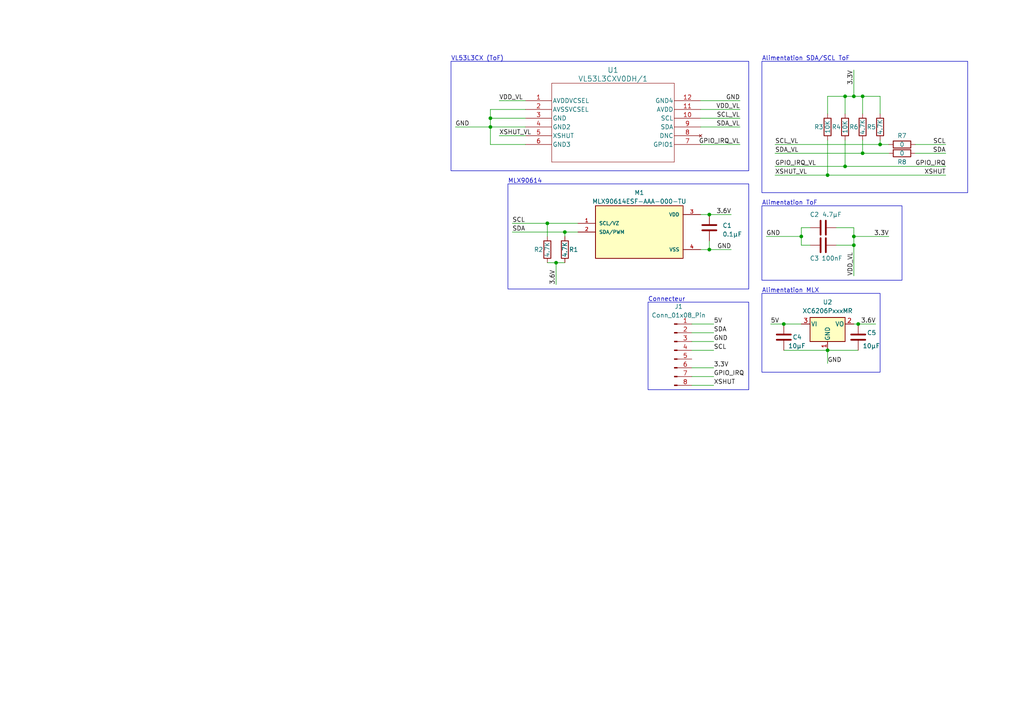
<source format=kicad_sch>
(kicad_sch (version 20230121) (generator eeschema)
  (paper "A4")
  (title_block (title "PCB-Ewine-Capteur") (date "2023-04-21") (company "Ewine"))
  (lib_symbols
    (symbol "Connector:Conn_01x08_Pin" (pin_names (offset 1.016) hide)
      (property "Reference" "J" (at 0 10.16 0))
      (property "Value" "Conn_01x08_Pin" (at 0 -12.7 0))
      (symbol "Conn_01x08_Pin_1_1"
        (polyline (pts (xy 1.27 -10.16) (xy 0.8636 -10.16)) (stroke (width 0.1524)))
        (polyline (pts (xy 1.27 -7.62) (xy 0.8636 -7.62)) (stroke (width 0.1524)))
        (polyline (pts (xy 1.27 -5.08) (xy 0.8636 -5.08)) (stroke (width 0.1524)))
        (polyline (pts (xy 1.27 -2.54) (xy 0.8636 -2.54)) (stroke (width 0.1524)))
        (polyline (pts (xy 1.27 0) (xy 0.8636 0)) (stroke (width 0.1524)))
        (polyline (pts (xy 1.27 2.54) (xy 0.8636 2.54)) (stroke (width 0.1524)))
        (polyline (pts (xy 1.27 5.08) (xy 0.8636 5.08)) (stroke (width 0.1524)))
        (polyline (pts (xy 1.27 7.62) (xy 0.8636 7.62)) (stroke (width 0.1524)))
        (rectangle (start 0.8636 -10.033) (end 0 -10.287) (stroke (width 0.1524)) (fill (type outline)))
        (rectangle (start 0.8636 -7.493) (end 0 -7.747) (stroke (width 0.1524)) (fill (type outline)))
        (rectangle (start 0.8636 -4.953) (end 0 -5.207) (stroke (width 0.1524)) (fill (type outline)))
        (rectangle (start 0.8636 -2.413) (end 0 -2.667) (stroke (width 0.1524)) (fill (type outline)))
        (rectangle (start 0.8636 0.127) (end 0 -0.127) (stroke (width 0.1524)) (fill (type outline)))
        (rectangle (start 0.8636 2.667) (end 0 2.413) (stroke (width 0.1524)) (fill (type outline)))
        (rectangle (start 0.8636 5.207) (end 0 4.953) (stroke (width 0.1524)) (fill (type outline)))
        (rectangle (start 0.8636 7.747) (end 0 7.493) (stroke (width 0.1524)) (fill (type outline)))
        (pin passive line (at 5.08 7.62 180) (length 3.81) (name "Pin_1") (number "1"))
        (pin passive line (at 5.08 5.08 180) (length 3.81) (name "Pin_2") (number "2"))
        (pin passive line (at 5.08 2.54 180) (length 3.81) (name "Pin_3") (number "3"))
        (pin passive line (at 5.08 0 180) (length 3.81) (name "Pin_4") (number "4"))
        (pin passive line (at 5.08 -2.54 180) (length 3.81) (name "Pin_5") (number "5"))
        (pin passive line (at 5.08 -5.08 180) (length 3.81) (name "Pin_6") (number "6"))
        (pin passive line (at 5.08 -7.62 180) (length 3.81) (name "Pin_7") (number "7"))
        (pin passive line (at 5.08 -10.16 180) (length 3.81) (name "Pin_8") (number "8"))
      )
    )
    (symbol "Device:C" (pin_numbers hide) (pin_names (offset 0.254))
      (property "Reference" "C" (at 0.635 2.54 0))
      (property "Value" "C" (at 0.635 -2.54 0))
      (symbol "C_0_1"
        (polyline (pts (xy -2.032 -0.762) (xy 2.032 -0.762)) (stroke (width 0.508)))
        (polyline (pts (xy -2.032 0.762) (xy 2.032 0.762)) (stroke (width 0.508)))
      )
      (symbol "C_1_1"
        (pin passive line (at 0 3.81 270) (length 2.794) (name "~") (number "1"))
        (pin passive line (at 0 -3.81 90) (length 2.794) (name "~") (number "2"))
      )
    )
    (symbol "Device:R" (pin_numbers hide) (pin_names (offset 0))
      (property "Reference" "R" (at 2.032 0 90))
      (property "Value" "R" (at 0 0 90))
      (symbol "R_0_1"
        (rectangle (start -1.016 -2.54) (end 1.016 2.54) (stroke (width 0.254)))
      )
      (symbol "R_1_1"
        (pin passive line (at 0 3.81 270) (length 1.27) (name "~") (number "1"))
        (pin passive line (at 0 -3.81 90) (length 1.27) (name "~") (number "2"))
      )
    )
    (symbol "MLX90614ESF-AAA-000-TU:MLX90614ESF-AAA-000-TU" (pin_names (offset 1.016))
      (property "Reference" "M" (at -12.7 8.89 0))
      (property "Value" "MLX90614ESF-AAA-000-TU" (at -12.7 -8.89 0))
      (symbol "MLX90614ESF-AAA-000-TU_0_0"
        (rectangle (start -12.7 -7.62) (end 12.7 7.62) (stroke (width 0.254)) (fill (type background)))
        (pin input line (at -17.78 2.54 0) (length 5.08) (name "SCL/VZ") (number "1"))
        (pin bidirectional line (at -17.78 0 0) (length 5.08) (name "SDA/PWM") (number "2"))
        (pin power_in line (at 17.78 5.08 180) (length 5.08) (name "VDD") (number "3"))
        (pin power_in line (at 17.78 -5.08 180) (length 5.08) (name "VSS") (number "4"))
      )
    )
    (symbol "Regulator_Linear:XC6206PxxxMR" (pin_names (offset 0.254))
      (property "Reference" "U" (at -3.81 3.175 0))
      (property "Value" "XC6206PxxxMR" (at 0 3.175 0))
      (symbol "XC6206PxxxMR_0_1"
        (rectangle (start -5.08 1.905) (end 5.08 -5.08) (stroke (width 0.254)) (fill (type background)))
      )
      (symbol "XC6206PxxxMR_1_1"
        (pin power_in line (at 0 -7.62 90) (length 2.54) (name "GND") (number "1"))
        (pin power_out line (at 7.62 0 180) (length 2.54) (name "VO") (number "2"))
        (pin power_in line (at -7.62 0 0) (length 2.54) (name "VI") (number "3"))
      )
    )
    (symbol "ToF-VL53L3A3:VL53L3CXV0DH_1" (pin_names (offset 0.254))
      (property "Reference" "U" (at 25.4 10.16 0))
      (property "Value" "VL53L3CXV0DH/1" (at 25.4 7.62 0))
      (symbol "VL53L3CXV0DH_1_0_1"
        (polyline (pts (xy 7.62 -17.78) (xy 43.18 -17.78)) (stroke (width 0.127)))
        (polyline (pts (xy 7.62 5.08) (xy 7.62 -17.78)) (stroke (width 0.127)))
        (polyline (pts (xy 43.18 -17.78) (xy 43.18 5.08)) (stroke (width 0.127)))
        (polyline (pts (xy 43.18 5.08) (xy 7.62 5.08)) (stroke (width 0.127)))
        (pin power_in line (at 0 0 0) (length 7.62) (name "AVDDVCSEL") (number "1"))
        (pin input line (at 50.8 -5.08 180) (length 7.62) (name "SCL") (number "10"))
        (pin power_in line (at 50.8 -2.54 180) (length 7.62) (name "AVDD") (number "11"))
        (pin power_in line (at 50.8 0 180) (length 7.62) (name "GND4") (number "12"))
        (pin power_in line (at 0 -2.54 0) (length 7.62) (name "AVSSVCSEL") (number "2"))
        (pin power_in line (at 0 -5.08 0) (length 7.62) (name "GND") (number "3"))
        (pin power_in line (at 0 -7.62 0) (length 7.62) (name "GND2") (number "4"))
        (pin input line (at 0 -10.16 0) (length 7.62) (name "XSHUT") (number "5"))
        (pin power_in line (at 0 -12.7 0) (length 7.62) (name "GND3") (number "6"))
        (pin bidirectional line (at 50.8 -12.7 180) (length 7.62) (name "GPIO1") (number "7"))
        (pin no_connect line (at 50.8 -10.16 180) (length 7.62) (name "DNC") (number "8"))
        (pin bidirectional line (at 50.8 -7.62 180) (length 7.62) (name "SDA") (number "9"))
      )
    )
  )
  (junction (at 161.29 76.2))
  (junction (at 163.83 67.31))
  (junction (at 240.03 101.6))
  (junction (at 240.03 50.8))
  (junction (at 227.33 93.98))
  (junction (at 205.74 62.23))
  (junction (at 245.11 48.26))
  (junction (at 247.65 71.12))
  (junction (at 255.27 41.91))
  (junction (at 250.19 44.45))
  (junction (at 247.65 27.94))
  (junction (at 205.74 72.39))
  (junction (at 245.11 27.94))
  (junction (at 248.92 93.98))
  (junction (at 158.75 64.77))
  (junction (at 247.65 68.58))
  (junction (at 232.41 68.58))
  (junction (at 142.24 36.83))
  (junction (at 250.19 27.94))
  (junction (at 142.24 34.29))
  (wire (pts (xy 200.66 101.6) (xy 207.01 101.6)))
  (wire (pts (xy 274.32 41.91) (xy 265.43 41.91)))
  (wire (pts (xy 255.27 40.64) (xy 255.27 41.91)))
  (wire (pts (xy 224.79 48.26) (xy 245.11 48.26)))
  (wire (pts (xy 161.29 76.2) (xy 161.29 82.55)))
  (wire (pts (xy 163.83 67.31) (xy 163.83 68.58)))
  (wire (pts (xy 240.03 101.6) (xy 248.92 101.6)))
  (wire (pts (xy 255.27 41.91) (xy 257.81 41.91)))
  (wire (pts (xy 200.66 111.76) (xy 207.01 111.76)))
  (wire (pts (xy 200.66 109.22) (xy 207.01 109.22)))
  (wire (pts (xy 248.92 93.98) (xy 247.65 93.98)))
  (wire (pts (xy 250.19 27.94) (xy 250.19 33.02)))
  (wire (pts (xy 223.52 93.98) (xy 227.33 93.98)))
  (wire (pts (xy 245.11 27.94) (xy 245.11 33.02)))
  (wire (pts (xy 232.41 71.12) (xy 234.95 71.12)))
  (wire (pts (xy 142.24 31.75) (xy 152.4 31.75)))
  (wire (pts (xy 142.24 34.29) (xy 142.24 36.83)))
  (wire (pts (xy 227.33 101.6) (xy 240.03 101.6)))
  (wire (pts (xy 254 93.98) (xy 248.92 93.98)))
  (wire (pts (xy 161.29 76.2) (xy 163.83 76.2)))
  (wire (pts (xy 205.74 69.85) (xy 205.74 72.39)))
  (wire (pts (xy 224.79 41.91) (xy 255.27 41.91)))
  (wire (pts (xy 250.19 40.64) (xy 250.19 44.45)))
  (wire (pts (xy 158.75 76.2) (xy 161.29 76.2)))
  (wire (pts (xy 247.65 71.12) (xy 247.65 80.01)))
  (wire (pts (xy 200.66 93.98) (xy 207.01 93.98)))
  (wire (pts (xy 240.03 105.41) (xy 240.03 101.6)))
  (wire (pts (xy 247.65 66.04) (xy 242.57 66.04)))
  (wire (pts (xy 203.2 29.21) (xy 214.63 29.21)))
  (wire (pts (xy 203.2 62.23) (xy 205.74 62.23)))
  (wire (pts (xy 247.65 68.58) (xy 257.81 68.58)))
  (wire (pts (xy 240.03 27.94) (xy 240.03 33.02)))
  (wire (pts (xy 247.65 27.94) (xy 250.19 27.94)))
  (wire (pts (xy 203.2 41.91) (xy 214.63 41.91)))
  (wire (pts (xy 142.24 31.75) (xy 142.24 34.29)))
  (wire (pts (xy 240.03 50.8) (xy 274.32 50.8)))
  (wire (pts (xy 203.2 34.29) (xy 214.63 34.29)))
  (wire (pts (xy 247.65 68.58) (xy 247.65 71.12)))
  (wire (pts (xy 158.75 64.77) (xy 167.64 64.77)))
  (wire (pts (xy 242.57 71.12) (xy 247.65 71.12)))
  (wire (pts (xy 142.24 34.29) (xy 152.4 34.29)))
  (wire (pts (xy 232.41 68.58) (xy 232.41 71.12)))
  (wire (pts (xy 148.59 64.77) (xy 158.75 64.77)))
  (wire (pts (xy 144.78 29.21) (xy 152.4 29.21)))
  (wire (pts (xy 148.59 67.31) (xy 163.83 67.31)))
  (wire (pts (xy 222.25 68.58) (xy 232.41 68.58)))
  (wire (pts (xy 158.75 64.77) (xy 158.75 68.58)))
  (wire (pts (xy 200.66 99.06) (xy 207.01 99.06)))
  (wire (pts (xy 240.03 27.94) (xy 245.11 27.94)))
  (wire (pts (xy 250.19 44.45) (xy 257.81 44.45)))
  (wire (pts (xy 163.83 67.31) (xy 167.64 67.31)))
  (wire (pts (xy 205.74 62.23) (xy 212.09 62.23)))
  (wire (pts (xy 227.33 93.98) (xy 232.41 93.98)))
  (wire (pts (xy 224.79 50.8) (xy 240.03 50.8)))
  (wire (pts (xy 255.27 27.94) (xy 255.27 33.02)))
  (wire (pts (xy 205.74 72.39) (xy 203.2 72.39)))
  (wire (pts (xy 274.32 44.45) (xy 265.43 44.45)))
  (wire (pts (xy 203.2 31.75) (xy 214.63 31.75)))
  (wire (pts (xy 232.41 66.04) (xy 234.95 66.04)))
  (wire (pts (xy 142.24 36.83) (xy 142.24 41.91)))
  (wire (pts (xy 132.08 36.83) (xy 142.24 36.83)))
  (wire (pts (xy 232.41 66.04) (xy 232.41 68.58)))
  (wire (pts (xy 152.4 41.91) (xy 142.24 41.91)))
  (wire (pts (xy 142.24 36.83) (xy 152.4 36.83)))
  (wire (pts (xy 245.11 27.94) (xy 247.65 27.94)))
  (wire (pts (xy 144.78 39.37) (xy 152.4 39.37)))
  (wire (pts (xy 245.11 40.64) (xy 245.11 48.26)))
  (wire (pts (xy 240.03 40.64) (xy 240.03 50.8)))
  (wire (pts (xy 245.11 48.26) (xy 274.32 48.26)))
  (wire (pts (xy 205.74 72.39) (xy 212.09 72.39)))
  (wire (pts (xy 224.79 44.45) (xy 250.19 44.45)))
  (wire (pts (xy 250.19 27.94) (xy 255.27 27.94)))
  (wire (pts (xy 200.66 106.68) (xy 207.01 106.68)))
  (wire (pts (xy 247.65 68.58) (xy 247.65 66.04)))
  (wire (pts (xy 200.66 96.52) (xy 207.01 96.52)))
  (wire (pts (xy 247.65 20.32) (xy 247.65 27.94)))
  (wire (pts (xy 203.2 36.83) (xy 214.63 36.83)))
  (rectangle (start 220.98 17.78) (end 280.67 55.88))
  (rectangle (start 130.81 17.78) (end 217.17 49.53))
  (rectangle (start 187.96 87.63) (end 217.17 113.03))
  (rectangle (start 147.32 53.34) (end 217.17 83.82))
  (rectangle (start 220.98 59.69) (end 261.62 81.28))
  (rectangle (start 220.98 85.09) (end 255.27 107.95))
  (text "Connecteur" (at 187.96 87.63 0) (effects (font (size 1.27 1.27)) (justify left bottom)))
  (text "VL53L3CX (ToF)" (at 130.81 17.78 0) (effects (font (size 1.27 1.27)) (justify left bottom)))
  (text "Alimentation ToF" (at 220.98 59.69 0) (effects (font (size 1.27 1.27)) (justify left bottom)))
  (text "Alimentation SDA/SCL ToF " (at 220.98 17.78 0) (effects (font (size 1.27 1.27)) (justify left bottom)))
  (text "Alimentation MLX" (at 220.98 85.09 0) (effects (font (size 1.27 1.27)) (justify left bottom)))
  (text "MLX90614" (at 147.32 53.34 0) (effects (font (size 1.27 1.27)) (justify left bottom)))
  (label "VDD_VL" (at 214.63 31.75 180))
  (label "GND" (at 132.08 36.83 0))
  (label "SCL_VL" (at 224.79 41.91 0))
  (label "3.6V" (at 254 93.98 180))
  (label "GPIO_IRQ" (at 207.01 109.22 0))
  (label "VDD_VL" (at 247.65 80.01 90))
  (label "3.3V" (at 257.81 68.58 180))
  (label "GND" (at 240.03 105.41 0))
  (label "5V" (at 223.52 93.98 0))
  (label "GND" (at 222.25 68.58 0))
  (label "3.6V" (at 161.29 82.55 90))
  (label "SDA" (at 148.59 67.31 0))
  (label "3.3V" (at 247.65 20.32 270))
  (label "GPIO_IRQ_VL" (at 214.63 41.91 180))
  (label "SDA_VL" (at 214.63 36.83 180))
  (label "XSHUT_VL" (at 224.79 50.8 0))
  (label "SDA" (at 207.01 96.52 0))
  (label "SDA_VL" (at 224.79 44.45 0))
  (label "GPIO_IRQ" (at 274.32 48.26 180))
  (label "SDA" (at 274.32 44.45 180))
  (label "GND" (at 212.09 72.39 180))
  (label "3.3V" (at 207.01 106.68 0))
  (label "GPIO_IRQ_VL" (at 224.79 48.26 0))
  (label "XSHUT" (at 274.32 50.8 180))
  (label "XSHUT_VL" (at 144.78 39.37 0))
  (label "5V" (at 207.01 93.98 0))
  (label "SCL" (at 207.01 101.6 0))
  (label "SCL" (at 274.32 41.91 180))
  (label "3.6V" (at 212.09 62.23 180))
  (label "SCL_VL" (at 214.63 34.29 180))
  (label "GND" (at 214.63 29.21 180))
  (label "SCL" (at 148.59 64.77 0))
  (label "GND" (at 207.01 99.06 0))
  (label "VDD_VL" (at 144.78 29.21 0))
  (label "XSHUT" (at 207.01 111.76 0))
  (symbol (lib_id "Device:R") (at 240.03 36.83 180) (unit 1)
    (property "Reference" "R3" (at 237.49 36.83 0))
    (property "Value" "10K" (at 240.03 36.83 90))
    (property "Footprint" "Resistor_SMD:R_0603_1608Metric" (effects hide))
  )
  (symbol (lib_id "Device:C") (at 238.76 71.12 270) (unit 1)
    (property "Reference" "C3" (at 236.22 74.93 90))
    (property "Value" "100nF" (at 241.3 74.93 90))
    (property "Footprint" "Capacitor_SMD:C_0603_1608Metric" (effects hide))
  )
  (symbol (lib_id "MLX90614ESF-AAA-000-TU:MLX90614ESF-AAA-000-TU") (at 185.42 67.31 0) (unit 1)
    (property "Reference" "M1" (at 185.42 55.88 0))
    (property "Value" "MLX90614ESF-AAA-000-TU" (at 185.42 58.42 0))
    (property "Footprint" "Library:TO254P942H425-4" (effects hide))
    (property "MANUFACTURER" "Melexis" (effects hide))
    (property "MAXIMUM_PACKAGE_HEIGHT" "4.25 mm" (effects hide))
    (property "STANDARD" "IPC 7351B" (effects hide))
    (property "PARTREV" "13" (effects hide))
  )
  (symbol (lib_id "Device:C") (at 238.76 66.04 270) (unit 1)
    (property "Reference" "C2" (at 236.22 62.23 90))
    (property "Value" "4.7µF" (at 241.3 62.23 90))
    (property "Footprint" "Capacitor_SMD:C_0603_1608Metric" (effects hide))
  )
  (symbol (lib_id "Device:R") (at 261.62 41.91 90) (unit 1)
    (property "Reference" "R7" (at 261.62 39.37 90))
    (property "Value" "0" (at 261.62 41.91 90))
    (property "Footprint" "Resistor_SMD:R_0603_1608Metric" (effects hide))
  )
  (symbol (lib_id "Connector:Conn_01x08_Pin") (at 195.58 101.6 0) (unit 1)
    (property "Reference" "J1" (at 196.85 88.9 0))
    (property "Value" "Conn_01x08_Pin" (at 196.85 91.44 0))
    (property "Footprint" "Connector_PinSocket_1.27mm:PinSocket_2x04_P1.27mm_Vertical" (effects hide))
  )
  (symbol (lib_id "ToF-VL53L3A3:VL53L3CXV0DH_1") (at 152.4 29.21 0) (unit 1)
    (property "Reference" "U1" (at 177.8 20.32 0) (effects (font (size 1.524 1.524))))
    (property "Value" "VL53L3CXV0DH/1" (at 177.8 22.86 0) (effects (font (size 1.524 1.524))))
    (property "Footprint" "Library:LGA12_STM" (effects hide))
    (property "Datasheet" "VL53L3CXV0DH/1" (effects hide))
  )
  (symbol (lib_id "Device:C") (at 205.74 66.04 0) (unit 1)
    (property "Reference" "C1" (at 209.55 65.405 0) (effects (justify left)))
    (property "Value" "0.1µF" (at 209.55 67.945 0) (effects (justify left)))
    (property "Footprint" "Capacitor_SMD:C_0603_1608Metric" (effects hide))
  )
  (symbol (lib_id "Device:R") (at 163.83 72.39 0) (unit 1)
    (property "Reference" "R1" (at 166.37 72.39 0))
    (property "Value" "4.7K" (at 163.83 72.39 90))
    (property "Footprint" "Resistor_SMD:R_0603_1608Metric" (effects hide))
  )
  (symbol (lib_id "Device:C") (at 227.33 97.79 0) (unit 1)
    (property "Reference" "C4" (at 229.87 97.79 0) (effects (justify left)))
    (property "Value" "10µF" (at 228.6 100.33 0) (effects (justify left)))
    (property "Footprint" "Capacitor_SMD:C_0603_1608Metric" (effects hide))
  )
  (symbol (lib_id "Regulator_Linear:XC6206PxxxMR") (at 240.03 93.98 0) (unit 1)
    (property "Reference" "U2" (at 240.03 87.63 0))
    (property "Value" "XC6206PxxxMR" (at 240.03 90.17 0))
    (property "Footprint" "Package_TO_SOT_SMD:SOT-23-3" (effects hide))
    (property "Datasheet" "https://www.torexsemi.com/file/xc6206/XC6206.pdf" (effects hide))
  )
  (symbol (lib_id "Device:R") (at 250.19 36.83 180) (unit 1)
    (property "Reference" "R6" (at 247.65 36.83 0))
    (property "Value" "4.7K" (at 250.19 36.83 90))
    (property "Footprint" "Resistor_SMD:R_0603_1608Metric" (effects hide))
  )
  (symbol (lib_id "Device:C") (at 248.92 97.79 0) (unit 1)
    (property "Reference" "C5" (at 251.46 96.52 0) (effects (justify left)))
    (property "Value" "10µF" (at 250.19 100.33 0) (effects (justify left)))
    (property "Footprint" "Capacitor_SMD:C_0603_1608Metric" (effects hide))
  )
  (symbol (lib_id "Device:R") (at 158.75 72.39 0) (unit 1)
    (property "Reference" "R2" (at 156.21 72.39 0))
    (property "Value" "4.7K" (at 158.75 72.39 90))
    (property "Footprint" "Resistor_SMD:R_0603_1608Metric" (effects hide))
  )
  (symbol (lib_id "Device:R") (at 261.62 44.45 90) (unit 1)
    (property "Reference" "R8" (at 261.62 46.99 90))
    (property "Value" "0" (at 261.62 44.45 90))
    (property "Footprint" "Resistor_SMD:R_0603_1608Metric" (effects hide))
  )
  (symbol (lib_id "Device:R") (at 245.11 36.83 180) (unit 1)
    (property "Reference" "R4" (at 242.57 36.83 0))
    (property "Value" "10K" (at 245.11 36.83 90))
    (property "Footprint" "Resistor_SMD:R_0603_1608Metric" (effects hide))
  )
  (symbol (lib_id "Device:R") (at 255.27 36.83 180) (unit 1)
    (property "Reference" "R5" (at 252.73 36.83 0))
    (property "Value" "4.7K" (at 255.27 36.83 90))
    (property "Footprint" "Resistor_SMD:R_0603_1608Metric" (effects hide))
  )
)
</source>
